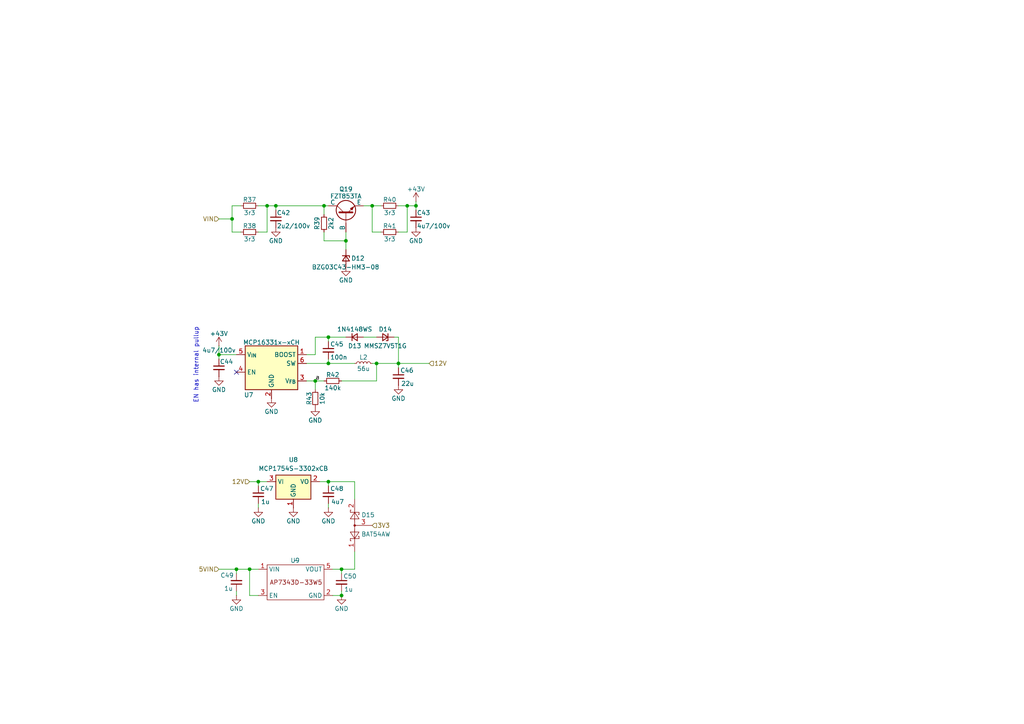
<source format=kicad_sch>
(kicad_sch (version 20231120) (generator "eeschema") (generator_version "8.0")
  (paper "A4")
  (lib_symbols
    (symbol "Device:C_Small" (pin_numbers hide) (pin_names (offset 0.254) hide)
      (property "Reference" "C" (at 0.254 1.778 0))
      (property "Value" "C_Small" (at 0.254 -2.032 0))
      (symbol "C_Small_0_1"
        (polyline (pts (xy -1.524 -0.508) (xy 1.524 -0.508)) (stroke (width 0.3302)))
        (polyline (pts (xy -1.524 0.508) (xy 1.524 0.508)) (stroke (width 0.3048)))
      )
      (symbol "C_Small_1_1"
        (pin passive line (at 0 2.54 270) (length 2.032) (name "~") (number "1"))
        (pin passive line (at 0 -2.54 90) (length 2.032) (name "~") (number "2"))
      )
    )
    (symbol "Device:D_Small" (pin_numbers hide) (pin_names (offset 0.254) hide)
      (property "Reference" "D" (at -1.27 2.032 0))
      (property "Value" "D_Small" (at -3.81 -2.032 0))
      (symbol "D_Small_0_1"
        (polyline (pts (xy -0.762 -1.016) (xy -0.762 1.016)) (stroke (width 0.254)))
        (polyline (pts (xy -0.762 0) (xy 0.762 0)))
        (polyline (pts (xy 0.762 -1.016) (xy -0.762 0) (xy 0.762 1.016) (xy 0.762 -1.016)) (stroke (width 0.254)))
      )
      (symbol "D_Small_1_1"
        (pin passive line (at -2.54 0 0) (length 1.778) (name "K") (number "1"))
        (pin passive line (at 2.54 0 180) (length 1.778) (name "A") (number "2"))
      )
    )
    (symbol "Device:D_Zener_Small" (pin_numbers hide) (pin_names (offset 0.254) hide)
      (property "Reference" "D" (at 0 2.286 0))
      (property "Value" "D_Zener_Small" (at 0 -2.286 0))
      (symbol "D_Zener_Small_0_1"
        (polyline (pts (xy 0.762 0) (xy -0.762 0)))
        (polyline (pts (xy -0.254 1.016) (xy -0.762 1.016) (xy -0.762 -1.016)) (stroke (width 0.254)))
        (polyline (pts (xy 0.762 1.016) (xy -0.762 0) (xy 0.762 -1.016) (xy 0.762 1.016)) (stroke (width 0.254)))
      )
      (symbol "D_Zener_Small_1_1"
        (pin passive line (at -2.54 0 0) (length 1.778) (name "K") (number "1"))
        (pin passive line (at 2.54 0 180) (length 1.778) (name "A") (number "2"))
      )
    )
    (symbol "Device:L_Small" (pin_numbers hide) (pin_names (offset 0.254) hide)
      (property "Reference" "L" (at 0.762 1.016 0))
      (property "Value" "L_Small" (at 0.762 -1.016 0))
      (symbol "L_Small_0_1"
        (arc (start 0 -2.032) (mid 0.5058 -1.524) (end 0 -1.016))
        (arc (start 0 -1.016) (mid 0.5058 -0.508) (end 0 0))
        (arc (start 0 0) (mid 0.5058 0.508) (end 0 1.016))
        (arc (start 0 1.016) (mid 0.5058 1.524) (end 0 2.032))
      )
      (symbol "L_Small_1_1"
        (pin passive line (at 0 2.54 270) (length 0.508) (name "~") (number "1"))
        (pin passive line (at 0 -2.54 90) (length 0.508) (name "~") (number "2"))
      )
    )
    (symbol "Device:R_Small" (pin_numbers hide) (pin_names (offset 0.254) hide)
      (property "Reference" "R" (at 0.762 0.508 0))
      (property "Value" "R_Small" (at 0.762 -1.016 0))
      (symbol "R_Small_0_1"
        (rectangle (start -0.762 1.778) (end 0.762 -1.778) (stroke (width 0.2032)))
      )
      (symbol "R_Small_1_1"
        (pin passive line (at 0 2.54 270) (length 0.762) (name "~") (number "1"))
        (pin passive line (at 0 -2.54 90) (length 0.762) (name "~") (number "2"))
      )
    )
    (symbol "Diode:BAT54AW" (pin_names (offset 1.016))
      (property "Reference" "D" (at 0.635 -3.81 0))
      (property "Value" "BAT54AW" (at -6.35 3.175 0))
      (symbol "BAT54AW_0_1"
        (polyline (pts (xy -4.445 1.27) (xy -4.445 1.016)))
        (polyline (pts (xy -3.81 -1.27) (xy -3.81 1.27)))
        (polyline (pts (xy -3.81 -1.27) (xy -3.175 -1.27)))
        (polyline (pts (xy -3.81 0) (xy -1.27 0)))
        (polyline (pts (xy -3.81 1.27) (xy -4.445 1.27)))
        (polyline (pts (xy -3.175 -1.27) (xy -3.175 -1.016)))
        (polyline (pts (xy -1.905 0) (xy 1.905 0)))
        (polyline (pts (xy 1.27 0) (xy 3.81 0)))
        (polyline (pts (xy 3.175 -1.27) (xy 3.175 -1.016)))
        (polyline (pts (xy 3.81 -1.27) (xy 3.175 -1.27)))
        (polyline (pts (xy 3.81 -1.27) (xy 3.81 1.27)))
        (polyline (pts (xy 3.81 1.27) (xy 4.445 1.27)))
        (polyline (pts (xy 4.445 1.27) (xy 4.445 1.016)))
        (polyline (pts (xy -1.905 1.27) (xy -1.905 -1.27) (xy -3.81 0) (xy -1.905 1.27)))
        (polyline (pts (xy 1.905 1.27) (xy 1.905 -1.27) (xy 3.81 0) (xy 1.905 1.27)))
        (circle (center 0 0) (radius 0.254) (fill (type outline)))
      )
      (symbol "BAT54AW_1_1"
        (pin passive line (at -7.62 0 0) (length 3.81) (name "~") (number "1"))
        (pin passive line (at 7.62 0 180) (length 3.81) (name "~") (number "2"))
        (pin passive line (at 0 -5.08 90) (length 5.08) (name "~") (number "3"))
      )
    )
    (symbol "Marijn:AP7343D-33W5"
      (property "Reference" "U" (at 0 0 0))
      (symbol "AP7343D-33W5_0_1"
        (rectangle (start -15.24 -1.27) (end 1.27 -11.43))
      )
      (symbol "AP7343D-33W5_1_1"
        (text "AP7343D-33W5" (at -6.858 -6.35 0) (effects (font (size 1.27 1.27))))
        (pin power_in line (at -17.78 -2.54 0) (length 2.54) (name "VIN") (number "1"))
        (pin power_in line (at 3.81 -10.16 180) (length 2.54) (name "GND") (number "2"))
        (pin input line (at -17.78 -10.16 0) (length 2.54) (name "EN") (number "3"))
        (pin power_out line (at 3.81 -2.54 180) (length 2.54) (name "VOUT") (number "5"))
      )
    )
    (symbol "Regulator_Linear:MCP1754S-3302xCB"
      (property "Reference" "U" (at -3.81 3.175 0))
      (property "Value" "MCP1754S-3302xCB" (at -0.635 3.175 0))
      (symbol "MCP1754S-3302xCB_0_1"
        (rectangle (start -5.08 -5.08) (end 5.08 1.905) (stroke (width 0.254)) (fill (type background)))
      )
      (symbol "MCP1754S-3302xCB_1_1"
        (pin power_in line (at 0 -7.62 90) (length 2.54) (name "GND") (number "1"))
        (pin power_out line (at 7.62 0 180) (length 2.54) (name "VO") (number "2"))
        (pin power_in line (at -7.62 0 0) (length 2.54) (name "VI") (number "3"))
      )
    )
    (symbol "Regulator_Switching:MCP16331x-xCH"
      (property "Reference" "U" (at -7.874 8.89 0))
      (property "Value" "MCP16331x-xCH" (at 0 8.89 0))
      (symbol "MCP16331x-xCH_0_1"
        (rectangle (start -7.62 7.62) (end 7.62 -5.08) (stroke (width 0.254)) (fill (type background)))
      )
      (symbol "MCP16331x-xCH_1_1"
        (pin input line (at 10.16 5.08 180) (length 2.54) (name "BOOST") (number "1"))
        (pin power_in line (at 0 -7.62 90) (length 2.54) (name "GND") (number "2"))
        (pin input line (at 10.16 -2.54 180) (length 2.54) (name "V_{FB}") (number "3"))
        (pin input line (at -10.16 0 0) (length 2.54) (name "EN") (number "4"))
        (pin power_in line (at -10.16 5.08 0) (length 2.54) (name "V_{IN}") (number "5"))
        (pin output line (at 10.16 2.54 180) (length 2.54) (name "SW") (number "6"))
      )
    )
    (symbol "Simulation_SPICE:NPN" (pin_numbers hide) (pin_names (offset 0))
      (property "Reference" "Q" (at -2.54 7.62 0))
      (property "Value" "NPN" (at -2.54 5.08 0))
      (symbol "NPN_0_1"
        (polyline (pts (xy -2.54 0) (xy 0.635 0)) (stroke (width 0.1524)))
        (polyline (pts (xy 0.635 0.635) (xy 2.54 2.54)))
        (polyline (pts (xy 2.794 -1.27) (xy 2.794 -1.27)) (stroke (width 0.1524)))
        (polyline (pts (xy 2.794 -1.27) (xy 2.794 -1.27)) (stroke (width 0.1524)))
        (polyline (pts (xy 0.635 -0.635) (xy 2.54 -2.54) (xy 2.54 -2.54)))
        (polyline (pts (xy 0.635 1.905) (xy 0.635 -1.905) (xy 0.635 -1.905)) (stroke (width 0.508)))
        (polyline (pts (xy 1.27 -1.778) (xy 1.778 -1.27) (xy 2.286 -2.286) (xy 1.27 -1.778) (xy 1.27 -1.778)) (fill (type outline)))
        (circle (center 1.27 0) (radius 2.8194) (stroke (width 0.254)))
      )
      (symbol "NPN_1_1"
        (pin open_collector line (at 2.54 5.08 270) (length 2.54) (name "C") (number "1"))
        (pin input line (at -5.08 0 0) (length 2.54) (name "B") (number "2"))
        (pin open_emitter line (at 2.54 -5.08 90) (length 2.54) (name "E") (number "3"))
      )
    )
    (symbol "power:+48V" (power) (pin_numbers hide) (pin_names (offset 0) hide)
      (property "Value" "+48V" (at 0 3.556 0))
      (symbol "+48V_0_1"
        (polyline (pts (xy -0.762 1.27) (xy 0 2.54)))
        (polyline (pts (xy 0 0) (xy 0 2.54)))
        (polyline (pts (xy 0 2.54) (xy 0.762 1.27)))
      )
      (symbol "+48V_1_1"
        (pin power_in line (at 0 0 90) (length 0) (name "~") (number "1"))
      )
    )
    (symbol "power:GND" (power) (pin_numbers hide) (pin_names (offset 0) hide)
      (property "Value" "GND" (at 0 -3.81 0))
      (symbol "GND_0_1"
        (polyline (pts (xy 0 0) (xy 0 -1.27) (xy 1.27 -1.27) (xy 0 -2.54) (xy -1.27 -1.27) (xy 0 -1.27)))
      )
      (symbol "GND_1_1"
        (pin power_in line (at 0 0 270) (length 0) (name "~") (number "1"))
      )
    )
  )
  (junction (at 74.93 139.7))
  (junction (at 63.5 102.87))
  (junction (at 115.57 105.41))
  (junction (at 77.47 59.69))
  (junction (at 80.01 59.69))
  (junction (at 67.31 63.5))
  (junction (at 109.22 105.41))
  (junction (at 99.06 165.1))
  (junction (at 91.44 110.49))
  (junction (at 68.58 165.1))
  (junction (at 99.06 172.72))
  (junction (at 93.98 59.69))
  (junction (at 95.25 139.7))
  (junction (at 100.33 69.85))
  (junction (at 120.65 59.69))
  (junction (at 72.39 165.1))
  (junction (at 118.11 59.69))
  (junction (at 95.25 97.79))
  (junction (at 95.25 105.41))
  (junction (at 107.95 59.69))
  (no_connect (at 68.58 107.95))
  (wire (pts (xy 114.3 97.79) (xy 115.57 97.79)))
  (wire (pts (xy 105.41 97.79) (xy 109.22 97.79)))
  (wire (pts (xy 118.11 67.31) (xy 115.57 67.31)))
  (wire (pts (xy 118.11 59.69) (xy 118.11 67.31)))
  (wire (pts (xy 100.33 72.39) (xy 100.33 69.85)))
  (wire (pts (xy 95.25 147.32) (xy 95.25 146.05)))
  (wire (pts (xy 95.25 97.79) (xy 95.25 99.06)))
  (wire (pts (xy 72.39 165.1) (xy 74.93 165.1)))
  (wire (pts (xy 102.87 160.02) (xy 102.87 165.1)))
  (wire (pts (xy 109.22 105.41) (xy 109.22 110.49)))
  (wire (pts (xy 99.06 110.49) (xy 109.22 110.49)))
  (wire (pts (xy 72.39 139.7) (xy 74.93 139.7)))
  (wire (pts (xy 91.44 97.79) (xy 95.25 97.79)))
  (wire (pts (xy 109.22 105.41) (xy 107.95 105.41)))
  (wire (pts (xy 100.33 69.85) (xy 100.33 67.31)))
  (wire (pts (xy 77.47 59.69) (xy 77.47 67.31)))
  (wire (pts (xy 95.25 105.41) (xy 102.87 105.41)))
  (wire (pts (xy 88.9 102.87) (xy 91.44 102.87)))
  (wire (pts (xy 99.06 165.1) (xy 99.06 166.37)))
  (wire (pts (xy 115.57 106.68) (xy 115.57 105.41)))
  (wire (pts (xy 63.5 100.33) (xy 63.5 102.87)))
  (wire (pts (xy 88.9 105.41) (xy 95.25 105.41)))
  (wire (pts (xy 120.65 58.42) (xy 120.65 59.69)))
  (wire (pts (xy 93.98 67.31) (xy 93.98 69.85)))
  (wire (pts (xy 63.5 104.14) (xy 63.5 102.87)))
  (wire (pts (xy 95.25 97.79) (xy 100.33 97.79)))
  (wire (pts (xy 115.57 59.69) (xy 118.11 59.69)))
  (wire (pts (xy 63.5 63.5) (xy 67.31 63.5)))
  (wire (pts (xy 77.47 67.31) (xy 74.93 67.31)))
  (wire (pts (xy 80.01 59.69) (xy 93.98 59.69)))
  (wire (pts (xy 107.95 59.69) (xy 107.95 67.31)))
  (wire (pts (xy 118.11 59.69) (xy 120.65 59.69)))
  (wire (pts (xy 68.58 165.1) (xy 72.39 165.1)))
  (wire (pts (xy 67.31 63.5) (xy 67.31 59.69)))
  (wire (pts (xy 88.9 110.49) (xy 91.44 110.49)))
  (wire (pts (xy 93.98 69.85) (xy 100.33 69.85)))
  (wire (pts (xy 68.58 165.1) (xy 68.58 166.37)))
  (wire (pts (xy 99.06 172.72) (xy 96.52 172.72)))
  (wire (pts (xy 95.25 139.7) (xy 95.25 140.97)))
  (wire (pts (xy 67.31 59.69) (xy 69.85 59.69)))
  (wire (pts (xy 74.93 139.7) (xy 74.93 140.97)))
  (wire (pts (xy 115.57 105.41) (xy 109.22 105.41)))
  (wire (pts (xy 74.93 139.7) (xy 77.47 139.7)))
  (wire (pts (xy 93.98 62.23) (xy 93.98 59.69)))
  (wire (pts (xy 91.44 110.49) (xy 91.44 113.03)))
  (wire (pts (xy 99.06 165.1) (xy 102.87 165.1)))
  (wire (pts (xy 80.01 59.69) (xy 80.01 60.96)))
  (wire (pts (xy 92.71 139.7) (xy 95.25 139.7)))
  (wire (pts (xy 63.5 102.87) (xy 68.58 102.87)))
  (wire (pts (xy 107.95 67.31) (xy 110.49 67.31)))
  (wire (pts (xy 68.58 172.72) (xy 68.58 171.45)))
  (wire (pts (xy 93.98 59.69) (xy 95.25 59.69)))
  (wire (pts (xy 99.06 171.45) (xy 99.06 172.72)))
  (wire (pts (xy 67.31 67.31) (xy 69.85 67.31)))
  (wire (pts (xy 63.5 165.1) (xy 68.58 165.1)))
  (wire (pts (xy 67.31 63.5) (xy 67.31 67.31)))
  (wire (pts (xy 102.87 139.7) (xy 102.87 144.78)))
  (wire (pts (xy 77.47 59.69) (xy 80.01 59.69)))
  (wire (pts (xy 72.39 165.1) (xy 72.39 172.72)))
  (wire (pts (xy 72.39 172.72) (xy 74.93 172.72)))
  (wire (pts (xy 74.93 59.69) (xy 77.47 59.69)))
  (wire (pts (xy 95.25 139.7) (xy 102.87 139.7)))
  (wire (pts (xy 74.93 147.32) (xy 74.93 146.05)))
  (wire (pts (xy 91.44 102.87) (xy 91.44 97.79)))
  (wire (pts (xy 91.44 110.49) (xy 93.98 110.49)))
  (wire (pts (xy 95.25 104.14) (xy 95.25 105.41)))
  (wire (pts (xy 115.57 105.41) (xy 115.57 97.79)))
  (wire (pts (xy 96.52 165.1) (xy 99.06 165.1)))
  (wire (pts (xy 107.95 59.69) (xy 110.49 59.69)))
  (wire (pts (xy 120.65 59.69) (xy 120.65 60.96)))
  (wire (pts (xy 124.46 105.41) (xy 115.57 105.41)))
  (wire (pts (xy 105.41 59.69) (xy 107.95 59.69)))
  (text "EN has internal pullup" (at 56.896 105.918 90) (effects (font (size 1.27 1.27))))
  (label "a" (at 91.44 110.49 0))
  (hierarchical_label "5VIN" (shape input) (at 63.5 165.1 180))
  (hierarchical_label "12V" (shape input) (at 124.46 105.41 0))
  (hierarchical_label "12V" (shape input) (at 72.39 139.7 180))
  (hierarchical_label "3V3" (shape input) (at 107.95 152.4 0))
  (hierarchical_label "VIN" (shape input) (at 63.5 63.5 180))
  (symbol (lib_id "Device:R_Small") (at 72.39 59.69 90) (unit 1)
    (property "Reference" "R37" (at 72.39 57.912 90))
    (property "Value" "3r3" (at 72.39 61.722 90))
    (property "Footprint" "Resistor_SMD:R_1206_3216Metric" (effects (hide yes)))
    (property "Description" "Resistor, small symbol" (effects (hide yes)))
  )
  (symbol (lib_id "Device:C_Small") (at 115.57 109.22 0) (unit 1)
    (property "Reference" "C46" (at 116.078 107.442 0) (effects (justify left)))
    (property "Value" "22u" (at 116.332 111.252 0) (effects (justify left)))
    (property "Footprint" "Capacitor_SMD:C_0603_1608Metric" (effects (hide yes)))
    (property "Description" "Unpolarized capacitor, small symbol" (effects (hide yes)))
  )
  (symbol (lib_id "Device:R_Small") (at 113.03 59.69 90) (unit 1)
    (property "Reference" "R40" (at 113.03 57.912 90))
    (property "Value" "3r3" (at 113.03 61.722 90))
    (property "Footprint" "Resistor_SMD:R_1206_3216Metric" (effects (hide yes)))
    (property "Description" "Resistor, small symbol" (effects (hide yes)))
  )
  (symbol (lib_id "power:+48V") (at 120.65 58.42 0) (unit 1)
    (property "Reference" "#PWR046" (effects (hide yes)))
    (property "Value" "+43V" (at 120.65 54.864 0))
    (property "Description" "Power symbol creates a global label with name \"+48V\"" (effects (hide yes)))
  )
  (symbol (lib_id "Device:D_Zener_Small") (at 111.76 97.79 180) (unit 1)
    (property "Reference" "D14" (at 111.76 95.504 0))
    (property "Value" "MMSZ7V5T1G" (at 111.76 100.33 0))
    (property "Footprint" "Diode_SMD:D_SOD-123" (effects (hide yes)))
    (property "Description" "Zener diode, small symbol" (effects (hide yes)))
  )
  (symbol (lib_id "power:+48V") (at 63.5 100.33 0) (unit 1)
    (property "Reference" "#PWR059" (effects (hide yes)))
    (property "Value" "+43V" (at 63.5 96.774 0))
    (property "Description" "Power symbol creates a global label with name \"+48V\"" (effects (hide yes)))
  )
  (symbol (lib_id "power:GND") (at 63.5 109.22 0) (unit 1)
    (property "Reference" "#PWR048" (effects (hide yes)))
    (property "Value" "GND" (at 63.5 113.03 0))
    (property "Description" "Power symbol creates a global label with name \"GND\" , ground" (effects (hide yes)))
  )
  (symbol (lib_id "power:GND") (at 115.57 111.76 0) (unit 1)
    (property "Reference" "#PWR050" (effects (hide yes)))
    (property "Value" "GND" (at 115.57 115.57 0))
    (property "Description" "Power symbol creates a global label with name \"GND\" , ground" (effects (hide yes)))
  )
  (symbol (lib_id "Device:C_Small") (at 95.25 143.51 0) (unit 1)
    (property "Reference" "C48" (at 95.758 141.732 0) (effects (justify left)))
    (property "Value" "4u7" (at 96.012 145.542 0) (effects (justify left)))
    (property "Footprint" "Capacitor_SMD:C_0603_1608Metric" (effects (hide yes)))
    (property "Description" "Unpolarized capacitor, small symbol" (effects (hide yes)))
  )
  (symbol (lib_id "Device:R_Small") (at 93.98 64.77 180) (unit 1)
    (property "Reference" "R39" (at 91.948 64.77 90))
    (property "Value" "2k2" (at 96.012 64.77 90))
    (property "Footprint" "Resistor_SMD:R_1206_3216Metric" (effects (hide yes)))
    (property "Description" "Resistor, small symbol" (effects (hide yes)))
  )
  (symbol (lib_id "power:GND") (at 91.44 118.11 0) (unit 1)
    (property "Reference" "#PWR049" (effects (hide yes)))
    (property "Value" "GND" (at 91.44 121.92 0))
    (property "Description" "Power symbol creates a global label with name \"GND\" , ground" (effects (hide yes)))
  )
  (symbol (lib_id "Diode:BAT54AW") (at 102.87 152.4 90) (unit 1)
    (property "Reference" "D15" (at 108.712 149.352 90) (effects (justify left)))
    (property "Value" "BAT54AW" (at 113.284 154.94 90) (effects (justify left)))
    (property "Footprint" "Package_TO_SOT_SMD:SOT-323_SC-70" (effects (hide yes)))
    (property "Datasheet" "https://assets.nexperia.com/documents/data-sheet/BAT54W_SER.pdf" (effects (hide yes)))
    (property "Description" "Dual schottky barrier diode, common anode, SOT-323" (effects (hide yes)))
  )
  (symbol (lib_id "power:GND") (at 99.06 172.72 0) (unit 1)
    (property "Reference" "#PWR055" (effects (hide yes)))
    (property "Value" "GND" (at 99.06 176.53 0))
    (property "Description" "Power symbol creates a global label with name \"GND\" , ground" (effects (hide yes)))
  )
  (symbol (lib_id "Device:D_Zener_Small") (at 100.33 74.93 270) (unit 1)
    (property "Reference" "D12" (at 101.854 74.93 90) (effects (justify left)))
    (property "Value" "BZG03C43-HM3-08" (at 90.424 77.47 90) (effects (justify left)))
    (property "Footprint" "Diode_SMD:D_SMB" (effects (hide yes)))
    (property "Description" "Zener diode, small symbol" (effects (hide yes)))
  )
  (symbol (lib_id "Regulator_Switching:MCP16331x-xCH") (at 78.74 107.95 0) (unit 1)
    (property "Reference" "U7" (at 72.136 114.554 0))
    (property "Value" "MCP16331x-xCH" (at 78.74 99.314 0))
    (property "Footprint" "Package_TO_SOT_SMD:SOT-23-6" (effects (hide yes)))
    (property "Datasheet" "http://ww1.microchip.com/downloads/en/DeviceDoc/20005308C.pdf" (effects (hide yes)))
    (property "Description" "High-Voltage Input Integrated Switch Step-Down Regulator, VDD +4.4V to 50V, Out +2.0V to +24V, SOT-23" (effects (hide yes)))
  )
  (symbol (lib_id "Device:C_Small") (at 63.5 106.68 0) (unit 1)
    (property "Reference" "C44" (at 63.754 104.902 0) (effects (justify left)))
    (property "Value" "4u7/100v" (at 58.674 101.6 0) (effects (justify left)))
    (property "Footprint" "Capacitor_SMD:C_1210_3225Metric" (effects (hide yes)))
    (property "Description" "Unpolarized capacitor, small symbol" (effects (hide yes)))
  )
  (symbol (lib_id "Regulator_Linear:MCP1754S-3302xCB") (at 85.09 139.7 0) (unit 1)
    (property "Reference" "U8" (at 85.09 133.35 0))
    (property "Value" "MCP1754S-3302xCB" (at 85.09 135.89 0))
    (property "Footprint" "Package_TO_SOT_SMD:SOT-23" (effects (hide yes)))
    (property "Datasheet" "http://ww1.microchip.com/downloads/en/DeviceDoc/20002276C.pdf" (effects (hide yes)))
    (property "Description" "Fixed 150mA Low Dropout Voltage Regulator, Positive, 3.3V output, SOT-23" (effects (hide yes)))
  )
  (symbol (lib_id "power:GND") (at 68.58 172.72 0) (unit 1)
    (property "Reference" "#PWR054" (effects (hide yes)))
    (property "Value" "GND" (at 68.58 176.53 0))
    (property "Description" "Power symbol creates a global label with name \"GND\" , ground" (effects (hide yes)))
  )
  (symbol (lib_id "Device:D_Small") (at 102.87 97.79 0) (unit 1)
    (property "Reference" "D13" (at 102.87 100.33 0))
    (property "Value" "1N4148WS" (at 102.87 95.504 0))
    (property "Footprint" "Diode_SMD:D_SOD-323_HandSoldering" (effects (hide yes)))
    (property "Description" "Diode, small symbol" (effects (hide yes)))
    (property "Sim.Device" "D" (effects (hide yes)))
    (property "Sim.Pins" "1=K 2=A" (effects (hide yes)))
  )
  (symbol (lib_id "power:GND") (at 78.74 115.57 0) (unit 1)
    (property "Reference" "#PWR047" (effects (hide yes)))
    (property "Value" "GND" (at 78.74 119.38 0))
    (property "Description" "Power symbol creates a global label with name \"GND\" , ground" (effects (hide yes)))
  )
  (symbol (lib_id "Device:R_Small") (at 72.39 67.31 90) (unit 1)
    (property "Reference" "R38" (at 72.39 65.532 90))
    (property "Value" "3r3" (at 72.39 69.342 90))
    (property "Footprint" "Resistor_SMD:R_1206_3216Metric" (effects (hide yes)))
    (property "Description" "Resistor, small symbol" (effects (hide yes)))
  )
  (symbol (lib_id "Marijn:AP7343D-33W5") (at 92.71 162.56 0) (unit 1)
    (property "Reference" "U9" (at 85.598 162.56 0))
    (property "Value" "~" (at 85.725 162.56 0))
    (property "Footprint" "Custom:SOT-25" (effects (hide yes)))
    (property "Datasheet" "https://stm32-base.org/assets/pdf/regulators/AP7343.pdf" (effects (hide yes)))
    (property "Description" "5v -> 3v3" (effects (hide yes)))
  )
  (symbol (lib_id "power:GND") (at 100.33 77.47 0) (unit 1)
    (property "Reference" "#PWR044" (effects (hide yes)))
    (property "Value" "GND" (at 100.33 81.28 0))
    (property "Description" "Power symbol creates a global label with name \"GND\" , ground" (effects (hide yes)))
  )
  (symbol (lib_id "Device:R_Small") (at 113.03 67.31 90) (unit 1)
    (property "Reference" "R41" (at 113.03 65.532 90))
    (property "Value" "3r3" (at 113.03 69.342 90))
    (property "Footprint" "Resistor_SMD:R_1206_3216Metric" (effects (hide yes)))
    (property "Description" "Resistor, small symbol" (effects (hide yes)))
  )
  (symbol (lib_id "power:GND") (at 120.65 66.04 0) (unit 1)
    (property "Reference" "#PWR045" (effects (hide yes)))
    (property "Value" "GND" (at 120.65 69.85 0))
    (property "Description" "Power symbol creates a global label with name \"GND\" , ground" (effects (hide yes)))
  )
  (symbol (lib_id "Device:C_Small") (at 74.93 143.51 0) (unit 1)
    (property "Reference" "C47" (at 75.438 141.732 0) (effects (justify left)))
    (property "Value" "1u" (at 75.692 145.542 0) (effects (justify left)))
    (property "Footprint" "Capacitor_SMD:C_0603_1608Metric" (effects (hide yes)))
    (property "Description" "Unpolarized capacitor, small symbol" (effects (hide yes)))
  )
  (symbol (lib_id "Device:C_Small") (at 80.01 63.5 0) (unit 1)
    (property "Reference" "C42" (at 80.264 61.722 0) (effects (justify left)))
    (property "Value" "2u2/100v" (at 80.264 65.532 0) (effects (justify left)))
    (property "Footprint" "Capacitor_SMD:C_1210_3225Metric" (effects (hide yes)))
    (property "Description" "Unpolarized capacitor, small symbol" (effects (hide yes)))
  )
  (symbol (lib_id "Device:C_Small") (at 68.58 168.91 180) (unit 1)
    (property "Reference" "C49" (at 67.818 166.878 0) (effects (justify left)))
    (property "Value" "1u" (at 67.564 170.688 0) (effects (justify left)))
    (property "Footprint" "Capacitor_SMD:C_0603_1608Metric" (effects (hide yes)))
    (property "Description" "Unpolarized capacitor, small symbol" (effects (hide yes)))
  )
  (symbol (lib_id "power:GND") (at 80.01 66.04 0) (unit 1)
    (property "Reference" "#PWR043" (effects (hide yes)))
    (property "Value" "GND" (at 80.01 69.85 0))
    (property "Description" "Power symbol creates a global label with name \"GND\" , ground" (effects (hide yes)))
  )
  (symbol (lib_id "Simulation_SPICE:NPN") (at 100.33 62.23 90) (unit 1)
    (property "Reference" "Q19" (at 100.33 54.864 90))
    (property "Value" "FZT853TA" (at 100.33 56.896 90))
    (property "Footprint" "Package_TO_SOT_SMD:SOT-223-3_TabPin2" (effects (hide yes)))
    (property "Datasheet" "https://ngspice.sourceforge.io/docs/ngspice-html-manual/manual.xhtml#cha_BJTs" (effects (hide yes)))
    (property "Description" "Bipolar transistor symbol for simulation only, substrate tied to the emitter" (effects (hide yes)))
    (property "Sim.Device" "NPN" (effects (hide yes)))
    (property "Sim.Type" "GUMMELPOON" (effects (hide yes)))
    (property "Sim.Pins" "1=C 2=B 3=E" (effects (hide yes)))
  )
  (symbol (lib_id "power:GND") (at 85.09 147.32 0) (unit 1)
    (property "Reference" "#PWR051" (effects (hide yes)))
    (property "Value" "GND" (at 85.09 151.13 0))
    (property "Description" "Power symbol creates a global label with name \"GND\" , ground" (effects (hide yes)))
  )
  (symbol (lib_id "Device:C_Small") (at 120.65 63.5 0) (unit 1)
    (property "Reference" "C43" (at 120.904 61.722 0) (effects (justify left)))
    (property "Value" "4u7/100v" (at 120.904 65.532 0) (effects (justify left)))
    (property "Footprint" "Capacitor_SMD:C_1210_3225Metric" (effects (hide yes)))
    (property "Description" "Unpolarized capacitor, small symbol" (effects (hide yes)))
  )
  (symbol (lib_id "Device:C_Small") (at 99.06 168.91 0) (unit 1)
    (property "Reference" "C50" (at 99.568 167.132 0) (effects (justify left)))
    (property "Value" "1u" (at 99.822 170.942 0) (effects (justify left)))
    (property "Footprint" "Capacitor_SMD:C_0603_1608Metric" (effects (hide yes)))
    (property "Description" "Unpolarized capacitor, small symbol" (effects (hide yes)))
  )
  (symbol (lib_id "Device:R_Small") (at 96.52 110.49 90) (unit 1)
    (property "Reference" "R42" (at 96.52 108.712 90))
    (property "Value" "140k" (at 96.52 112.522 90))
    (property "Footprint" "Resistor_SMD:R_0805_2012Metric" (effects (hide yes)))
    (property "Description" "Resistor, small symbol" (effects (hide yes)))
  )
  (symbol (lib_id "Device:C_Small") (at 95.25 101.6 0) (unit 1)
    (property "Reference" "C45" (at 95.758 99.822 0) (effects (justify left)))
    (property "Value" "100n" (at 95.758 103.632 0) (effects (justify left)))
    (property "Footprint" "Capacitor_SMD:C_0603_1608Metric" (effects (hide yes)))
    (property "Description" "Unpolarized capacitor, small symbol" (effects (hide yes)))
  )
  (symbol (lib_id "Device:R_Small") (at 91.44 115.57 180) (unit 1)
    (property "Reference" "R43" (at 89.662 115.57 90))
    (property "Value" "10k" (at 93.472 115.57 90))
    (property "Footprint" "Resistor_SMD:R_0805_2012Metric" (effects (hide yes)))
    (property "Description" "Resistor, small symbol" (effects (hide yes)))
  )
  (symbol (lib_id "power:GND") (at 74.93 147.32 0) (unit 1)
    (property "Reference" "#PWR052" (effects (hide yes)))
    (property "Value" "GND" (at 74.93 151.13 0))
    (property "Description" "Power symbol creates a global label with name \"GND\" , ground" (effects (hide yes)))
  )
  (symbol (lib_id "Device:L_Small") (at 105.41 105.41 90) (unit 1)
    (property "Reference" "L2" (at 105.41 103.632 90))
    (property "Value" "56u" (at 105.41 106.934 90))
    (property "Footprint" "Inductor_SMD:L_7.3x7.3_H4.5" (effects (hide yes)))
    (property "Datasheet" "https://www.we-online.com/components/products/datasheet/7447779156.pdf" (effects (hide yes)))
    (property "Description" "Inductor, small symbol" (effects (hide yes)))
    (property "part" "7447779156" (effects (hide yes)))
  )
  (symbol (lib_id "power:GND") (at 95.25 147.32 0) (unit 1)
    (property "Reference" "#PWR053" (effects (hide yes)))
    (property "Value" "GND" (at 95.25 151.13 0))
    (property "Description" "Power symbol creates a global label with name \"GND\" , ground" (effects (hide yes)))
  )
)
</source>
